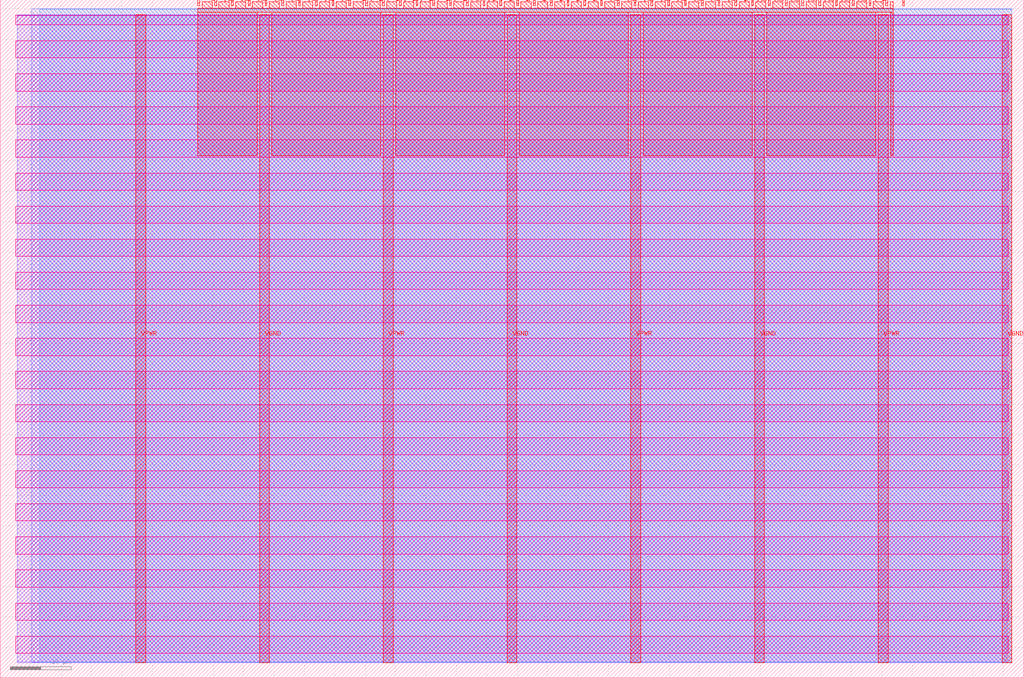
<source format=lef>
VERSION 5.7 ;
  NOWIREEXTENSIONATPIN ON ;
  DIVIDERCHAR "/" ;
  BUSBITCHARS "[]" ;
MACRO tt_um_rgb_mixer
  CLASS BLOCK ;
  FOREIGN tt_um_rgb_mixer ;
  ORIGIN 0.000 0.000 ;
  SIZE 168.360 BY 111.520 ;
  PIN VGND
    DIRECTION INOUT ;
    USE GROUND ;
    PORT
      LAYER met4 ;
        RECT 42.670 2.480 44.270 109.040 ;
    END
    PORT
      LAYER met4 ;
        RECT 83.380 2.480 84.980 109.040 ;
    END
    PORT
      LAYER met4 ;
        RECT 124.090 2.480 125.690 109.040 ;
    END
    PORT
      LAYER met4 ;
        RECT 164.800 2.480 166.400 109.040 ;
    END
  END VGND
  PIN VPWR
    DIRECTION INOUT ;
    USE POWER ;
    PORT
      LAYER met4 ;
        RECT 22.315 2.480 23.915 109.040 ;
    END
    PORT
      LAYER met4 ;
        RECT 63.025 2.480 64.625 109.040 ;
    END
    PORT
      LAYER met4 ;
        RECT 103.735 2.480 105.335 109.040 ;
    END
    PORT
      LAYER met4 ;
        RECT 144.445 2.480 146.045 109.040 ;
    END
  END VPWR
  PIN clk
    DIRECTION INPUT ;
    USE SIGNAL ;
    ANTENNAGATEAREA 0.852000 ;
    PORT
      LAYER met4 ;
        RECT 145.670 110.520 145.970 111.520 ;
    END
  END clk
  PIN ena
    DIRECTION INPUT ;
    USE SIGNAL ;
    PORT
      LAYER met4 ;
        RECT 148.430 110.520 148.730 111.520 ;
    END
  END ena
  PIN rst_n
    DIRECTION INPUT ;
    USE SIGNAL ;
    ANTENNAGATEAREA 0.196500 ;
    PORT
      LAYER met4 ;
        RECT 142.910 110.520 143.210 111.520 ;
    END
  END rst_n
  PIN ui_in[0]
    DIRECTION INPUT ;
    USE SIGNAL ;
    ANTENNAGATEAREA 0.196500 ;
    PORT
      LAYER met4 ;
        RECT 140.150 110.520 140.450 111.520 ;
    END
  END ui_in[0]
  PIN ui_in[1]
    DIRECTION INPUT ;
    USE SIGNAL ;
    ANTENNAGATEAREA 0.196500 ;
    PORT
      LAYER met4 ;
        RECT 137.390 110.520 137.690 111.520 ;
    END
  END ui_in[1]
  PIN ui_in[2]
    DIRECTION INPUT ;
    USE SIGNAL ;
    ANTENNAGATEAREA 0.196500 ;
    PORT
      LAYER met4 ;
        RECT 134.630 110.520 134.930 111.520 ;
    END
  END ui_in[2]
  PIN ui_in[3]
    DIRECTION INPUT ;
    USE SIGNAL ;
    ANTENNAGATEAREA 0.196500 ;
    PORT
      LAYER met4 ;
        RECT 131.870 110.520 132.170 111.520 ;
    END
  END ui_in[3]
  PIN ui_in[4]
    DIRECTION INPUT ;
    USE SIGNAL ;
    ANTENNAGATEAREA 0.196500 ;
    PORT
      LAYER met4 ;
        RECT 129.110 110.520 129.410 111.520 ;
    END
  END ui_in[4]
  PIN ui_in[5]
    DIRECTION INPUT ;
    USE SIGNAL ;
    ANTENNAGATEAREA 0.196500 ;
    PORT
      LAYER met4 ;
        RECT 126.350 110.520 126.650 111.520 ;
    END
  END ui_in[5]
  PIN ui_in[6]
    DIRECTION INPUT ;
    USE SIGNAL ;
    ANTENNAGATEAREA 0.196500 ;
    PORT
      LAYER met4 ;
        RECT 123.590 110.520 123.890 111.520 ;
    END
  END ui_in[6]
  PIN ui_in[7]
    DIRECTION INPUT ;
    USE SIGNAL ;
    ANTENNAGATEAREA 0.196500 ;
    PORT
      LAYER met4 ;
        RECT 120.830 110.520 121.130 111.520 ;
    END
  END ui_in[7]
  PIN uio_in[0]
    DIRECTION INPUT ;
    USE SIGNAL ;
    PORT
      LAYER met4 ;
        RECT 118.070 110.520 118.370 111.520 ;
    END
  END uio_in[0]
  PIN uio_in[1]
    DIRECTION INPUT ;
    USE SIGNAL ;
    PORT
      LAYER met4 ;
        RECT 115.310 110.520 115.610 111.520 ;
    END
  END uio_in[1]
  PIN uio_in[2]
    DIRECTION INPUT ;
    USE SIGNAL ;
    PORT
      LAYER met4 ;
        RECT 112.550 110.520 112.850 111.520 ;
    END
  END uio_in[2]
  PIN uio_in[3]
    DIRECTION INPUT ;
    USE SIGNAL ;
    PORT
      LAYER met4 ;
        RECT 109.790 110.520 110.090 111.520 ;
    END
  END uio_in[3]
  PIN uio_in[4]
    DIRECTION INPUT ;
    USE SIGNAL ;
    PORT
      LAYER met4 ;
        RECT 107.030 110.520 107.330 111.520 ;
    END
  END uio_in[4]
  PIN uio_in[5]
    DIRECTION INPUT ;
    USE SIGNAL ;
    PORT
      LAYER met4 ;
        RECT 104.270 110.520 104.570 111.520 ;
    END
  END uio_in[5]
  PIN uio_in[6]
    DIRECTION INPUT ;
    USE SIGNAL ;
    PORT
      LAYER met4 ;
        RECT 101.510 110.520 101.810 111.520 ;
    END
  END uio_in[6]
  PIN uio_in[7]
    DIRECTION INPUT ;
    USE SIGNAL ;
    PORT
      LAYER met4 ;
        RECT 98.750 110.520 99.050 111.520 ;
    END
  END uio_in[7]
  PIN uio_oe[0]
    DIRECTION OUTPUT TRISTATE ;
    USE SIGNAL ;
    PORT
      LAYER met4 ;
        RECT 51.830 110.520 52.130 111.520 ;
    END
  END uio_oe[0]
  PIN uio_oe[1]
    DIRECTION OUTPUT TRISTATE ;
    USE SIGNAL ;
    PORT
      LAYER met4 ;
        RECT 49.070 110.520 49.370 111.520 ;
    END
  END uio_oe[1]
  PIN uio_oe[2]
    DIRECTION OUTPUT TRISTATE ;
    USE SIGNAL ;
    PORT
      LAYER met4 ;
        RECT 46.310 110.520 46.610 111.520 ;
    END
  END uio_oe[2]
  PIN uio_oe[3]
    DIRECTION OUTPUT TRISTATE ;
    USE SIGNAL ;
    PORT
      LAYER met4 ;
        RECT 43.550 110.520 43.850 111.520 ;
    END
  END uio_oe[3]
  PIN uio_oe[4]
    DIRECTION OUTPUT TRISTATE ;
    USE SIGNAL ;
    PORT
      LAYER met4 ;
        RECT 40.790 110.520 41.090 111.520 ;
    END
  END uio_oe[4]
  PIN uio_oe[5]
    DIRECTION OUTPUT TRISTATE ;
    USE SIGNAL ;
    PORT
      LAYER met4 ;
        RECT 38.030 110.520 38.330 111.520 ;
    END
  END uio_oe[5]
  PIN uio_oe[6]
    DIRECTION OUTPUT TRISTATE ;
    USE SIGNAL ;
    PORT
      LAYER met4 ;
        RECT 35.270 110.520 35.570 111.520 ;
    END
  END uio_oe[6]
  PIN uio_oe[7]
    DIRECTION OUTPUT TRISTATE ;
    USE SIGNAL ;
    PORT
      LAYER met4 ;
        RECT 32.510 110.520 32.810 111.520 ;
    END
  END uio_oe[7]
  PIN uio_out[0]
    DIRECTION OUTPUT TRISTATE ;
    USE SIGNAL ;
    ANTENNADIFFAREA 0.445500 ;
    PORT
      LAYER met4 ;
        RECT 73.910 110.520 74.210 111.520 ;
    END
  END uio_out[0]
  PIN uio_out[1]
    DIRECTION OUTPUT TRISTATE ;
    USE SIGNAL ;
    ANTENNADIFFAREA 0.445500 ;
    PORT
      LAYER met4 ;
        RECT 71.150 110.520 71.450 111.520 ;
    END
  END uio_out[1]
  PIN uio_out[2]
    DIRECTION OUTPUT TRISTATE ;
    USE SIGNAL ;
    ANTENNADIFFAREA 0.445500 ;
    PORT
      LAYER met4 ;
        RECT 68.390 110.520 68.690 111.520 ;
    END
  END uio_out[2]
  PIN uio_out[3]
    DIRECTION OUTPUT TRISTATE ;
    USE SIGNAL ;
    ANTENNADIFFAREA 0.445500 ;
    PORT
      LAYER met4 ;
        RECT 65.630 110.520 65.930 111.520 ;
    END
  END uio_out[3]
  PIN uio_out[4]
    DIRECTION OUTPUT TRISTATE ;
    USE SIGNAL ;
    ANTENNADIFFAREA 0.445500 ;
    PORT
      LAYER met4 ;
        RECT 62.870 110.520 63.170 111.520 ;
    END
  END uio_out[4]
  PIN uio_out[5]
    DIRECTION OUTPUT TRISTATE ;
    USE SIGNAL ;
    ANTENNADIFFAREA 0.445500 ;
    PORT
      LAYER met4 ;
        RECT 60.110 110.520 60.410 111.520 ;
    END
  END uio_out[5]
  PIN uio_out[6]
    DIRECTION OUTPUT TRISTATE ;
    USE SIGNAL ;
    ANTENNADIFFAREA 0.445500 ;
    PORT
      LAYER met4 ;
        RECT 57.350 110.520 57.650 111.520 ;
    END
  END uio_out[6]
  PIN uio_out[7]
    DIRECTION OUTPUT TRISTATE ;
    USE SIGNAL ;
    ANTENNADIFFAREA 0.445500 ;
    PORT
      LAYER met4 ;
        RECT 54.590 110.520 54.890 111.520 ;
    END
  END uio_out[7]
  PIN uo_out[0]
    DIRECTION OUTPUT TRISTATE ;
    USE SIGNAL ;
    ANTENNADIFFAREA 0.445500 ;
    PORT
      LAYER met4 ;
        RECT 95.990 110.520 96.290 111.520 ;
    END
  END uo_out[0]
  PIN uo_out[1]
    DIRECTION OUTPUT TRISTATE ;
    USE SIGNAL ;
    ANTENNADIFFAREA 0.445500 ;
    PORT
      LAYER met4 ;
        RECT 93.230 110.520 93.530 111.520 ;
    END
  END uo_out[1]
  PIN uo_out[2]
    DIRECTION OUTPUT TRISTATE ;
    USE SIGNAL ;
    ANTENNADIFFAREA 0.795200 ;
    PORT
      LAYER met4 ;
        RECT 90.470 110.520 90.770 111.520 ;
    END
  END uo_out[2]
  PIN uo_out[3]
    DIRECTION OUTPUT TRISTATE ;
    USE SIGNAL ;
    ANTENNADIFFAREA 0.795200 ;
    PORT
      LAYER met4 ;
        RECT 87.710 110.520 88.010 111.520 ;
    END
  END uo_out[3]
  PIN uo_out[4]
    DIRECTION OUTPUT TRISTATE ;
    USE SIGNAL ;
    ANTENNADIFFAREA 0.795200 ;
    PORT
      LAYER met4 ;
        RECT 84.950 110.520 85.250 111.520 ;
    END
  END uo_out[4]
  PIN uo_out[5]
    DIRECTION OUTPUT TRISTATE ;
    USE SIGNAL ;
    PORT
      LAYER met4 ;
        RECT 82.190 110.520 82.490 111.520 ;
    END
  END uo_out[5]
  PIN uo_out[6]
    DIRECTION OUTPUT TRISTATE ;
    USE SIGNAL ;
    PORT
      LAYER met4 ;
        RECT 79.430 110.520 79.730 111.520 ;
    END
  END uo_out[6]
  PIN uo_out[7]
    DIRECTION OUTPUT TRISTATE ;
    USE SIGNAL ;
    PORT
      LAYER met4 ;
        RECT 76.670 110.520 76.970 111.520 ;
    END
  END uo_out[7]
  OBS
      LAYER nwell ;
        RECT 2.570 107.385 165.790 108.990 ;
        RECT 2.570 101.945 165.790 104.775 ;
        RECT 2.570 96.505 165.790 99.335 ;
        RECT 2.570 91.065 165.790 93.895 ;
        RECT 2.570 85.625 165.790 88.455 ;
        RECT 2.570 80.185 165.790 83.015 ;
        RECT 2.570 74.745 165.790 77.575 ;
        RECT 2.570 69.305 165.790 72.135 ;
        RECT 2.570 63.865 165.790 66.695 ;
        RECT 2.570 58.425 165.790 61.255 ;
        RECT 2.570 52.985 165.790 55.815 ;
        RECT 2.570 47.545 165.790 50.375 ;
        RECT 2.570 42.105 165.790 44.935 ;
        RECT 2.570 36.665 165.790 39.495 ;
        RECT 2.570 31.225 165.790 34.055 ;
        RECT 2.570 25.785 165.790 28.615 ;
        RECT 2.570 20.345 165.790 23.175 ;
        RECT 2.570 14.905 165.790 17.735 ;
        RECT 2.570 9.465 165.790 12.295 ;
        RECT 2.570 4.025 165.790 6.855 ;
      LAYER li1 ;
        RECT 2.760 2.635 165.600 108.885 ;
      LAYER met1 ;
        RECT 2.760 2.480 166.400 109.040 ;
      LAYER met2 ;
        RECT 5.160 2.535 166.370 110.005 ;
      LAYER met3 ;
        RECT 6.505 2.555 166.390 109.985 ;
      LAYER met4 ;
        RECT 33.210 110.120 34.870 111.170 ;
        RECT 35.970 110.120 37.630 111.170 ;
        RECT 38.730 110.120 40.390 111.170 ;
        RECT 41.490 110.120 43.150 111.170 ;
        RECT 44.250 110.120 45.910 111.170 ;
        RECT 47.010 110.120 48.670 111.170 ;
        RECT 49.770 110.120 51.430 111.170 ;
        RECT 52.530 110.120 54.190 111.170 ;
        RECT 55.290 110.120 56.950 111.170 ;
        RECT 58.050 110.120 59.710 111.170 ;
        RECT 60.810 110.120 62.470 111.170 ;
        RECT 63.570 110.120 65.230 111.170 ;
        RECT 66.330 110.120 67.990 111.170 ;
        RECT 69.090 110.120 70.750 111.170 ;
        RECT 71.850 110.120 73.510 111.170 ;
        RECT 74.610 110.120 76.270 111.170 ;
        RECT 77.370 110.120 79.030 111.170 ;
        RECT 80.130 110.120 81.790 111.170 ;
        RECT 82.890 110.120 84.550 111.170 ;
        RECT 85.650 110.120 87.310 111.170 ;
        RECT 88.410 110.120 90.070 111.170 ;
        RECT 91.170 110.120 92.830 111.170 ;
        RECT 93.930 110.120 95.590 111.170 ;
        RECT 96.690 110.120 98.350 111.170 ;
        RECT 99.450 110.120 101.110 111.170 ;
        RECT 102.210 110.120 103.870 111.170 ;
        RECT 104.970 110.120 106.630 111.170 ;
        RECT 107.730 110.120 109.390 111.170 ;
        RECT 110.490 110.120 112.150 111.170 ;
        RECT 113.250 110.120 114.910 111.170 ;
        RECT 116.010 110.120 117.670 111.170 ;
        RECT 118.770 110.120 120.430 111.170 ;
        RECT 121.530 110.120 123.190 111.170 ;
        RECT 124.290 110.120 125.950 111.170 ;
        RECT 127.050 110.120 128.710 111.170 ;
        RECT 129.810 110.120 131.470 111.170 ;
        RECT 132.570 110.120 134.230 111.170 ;
        RECT 135.330 110.120 136.990 111.170 ;
        RECT 138.090 110.120 139.750 111.170 ;
        RECT 140.850 110.120 142.510 111.170 ;
        RECT 143.610 110.120 145.270 111.170 ;
        RECT 146.370 110.120 146.905 111.170 ;
        RECT 32.495 109.440 146.905 110.120 ;
        RECT 32.495 85.855 42.270 109.440 ;
        RECT 44.670 85.855 62.625 109.440 ;
        RECT 65.025 85.855 82.980 109.440 ;
        RECT 85.380 85.855 103.335 109.440 ;
        RECT 105.735 85.855 123.690 109.440 ;
        RECT 126.090 85.855 144.045 109.440 ;
        RECT 146.445 85.855 146.905 109.440 ;
  END
END tt_um_rgb_mixer
END LIBRARY


</source>
